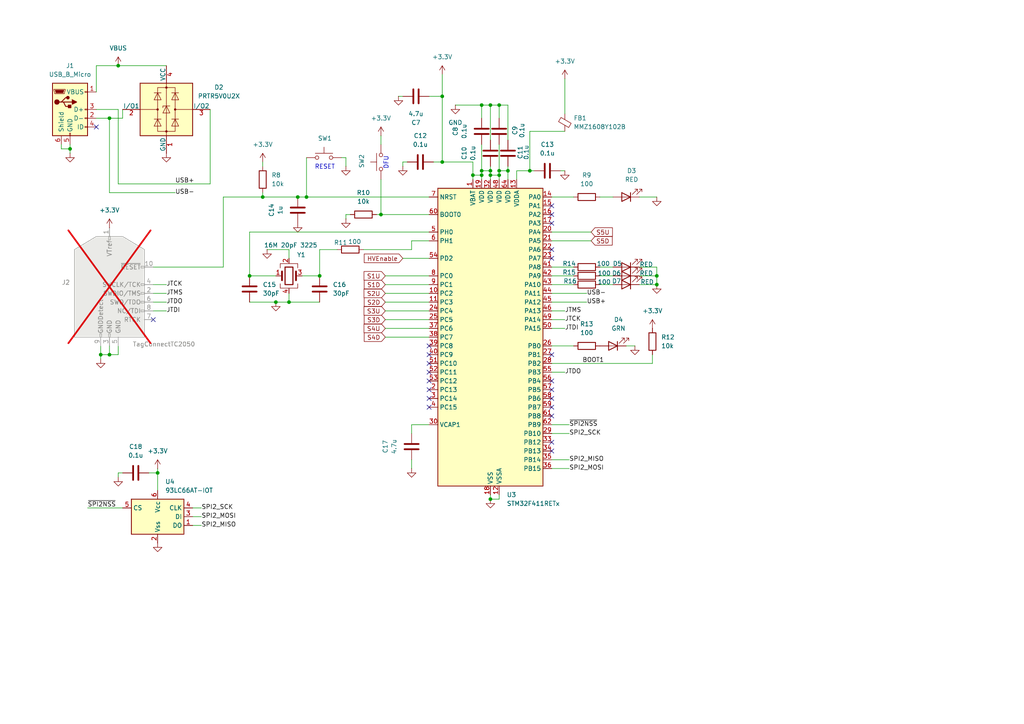
<source format=kicad_sch>
(kicad_sch (version 20231120) (generator "eeschema") (generator_version "8.0")
  (paper "A4")
  (lib_symbols
    (symbol "Connector:USB_B_Micro" (pin_names (offset 1.016))
      (property "Reference" "J" (at -5.08 11.43 0))
      (property "Value" "USB_B_Micro" (at -5.08 8.89 0))
      (symbol "USB_B_Micro_0_1"
        (rectangle (start -5.08 -7.62) (end 5.08 7.62) (stroke (width 0.254)) (fill (type background)))
        (circle (center -3.81 2.159) (radius 0.635) (stroke (width 0.254)) (fill (type outline)))
        (circle (center -0.635 3.429) (radius 0.381) (stroke (width 0.254)) (fill (type outline)))
        (rectangle (start -0.127 -7.62) (end 0.127 -6.858))
        (polyline (pts (xy -1.905 2.159) (xy 0.635 2.159)) (stroke (width 0.254)))
        (polyline (pts (xy -3.175 2.159) (xy -2.54 2.159) (xy -1.27 3.429) (xy -0.635 3.429)) (stroke (width 0.254)))
        (polyline (pts (xy -2.54 2.159) (xy -1.905 2.159) (xy -1.27 0.889) (xy 0 0.889)) (stroke (width 0.254)))
        (polyline (pts (xy 0.635 2.794) (xy 0.635 1.524) (xy 1.905 2.159) (xy 0.635 2.794)) (stroke (width 0.254)) (fill (type outline)))
        (polyline (pts (xy -4.318 5.588) (xy -1.778 5.588) (xy -2.032 4.826) (xy -4.064 4.826) (xy -4.318 5.588)) (fill (type outline)))
        (polyline (pts (xy -4.699 5.842) (xy -4.699 5.588) (xy -4.445 4.826) (xy -4.445 4.572) (xy -1.651 4.572) (xy -1.651 4.826) (xy -1.397 5.588) (xy -1.397 5.842) (xy -4.699 5.842)))
        (rectangle (start 0.254 1.27) (end -0.508 0.508) (stroke (width 0.254)) (fill (type outline)))
        (rectangle (start 5.08 -5.207) (end 4.318 -4.953))
        (rectangle (start 5.08 -2.667) (end 4.318 -2.413))
        (rectangle (start 5.08 -0.127) (end 4.318 0.127))
        (rectangle (start 5.08 4.953) (end 4.318 5.207))
      )
      (symbol "USB_B_Micro_1_1"
        (pin power_out line (at 7.62 5.08 180) (length 2.54) (name "VBUS") (number "1"))
        (pin bidirectional line (at 7.62 -2.54 180) (length 2.54) (name "D-") (number "2"))
        (pin bidirectional line (at 7.62 0 180) (length 2.54) (name "D+") (number "3"))
        (pin passive line (at 7.62 -5.08 180) (length 2.54) (name "ID") (number "4"))
        (pin power_out line (at 0 -10.16 90) (length 2.54) (name "GND") (number "5"))
        (pin passive line (at -2.54 -10.16 90) (length 2.54) (name "Shield") (number "6"))
      )
    )
    (symbol "Device:C" (pin_numbers hide) (pin_names (offset 0.254))
      (property "Reference" "C" (at 0.635 2.54 0))
      (property "Value" "C" (at 0.635 -2.54 0))
      (symbol "C_0_1"
        (polyline (pts (xy -2.032 -0.762) (xy 2.032 -0.762)) (stroke (width 0.508)))
        (polyline (pts (xy -2.032 0.762) (xy 2.032 0.762)) (stroke (width 0.508)))
      )
      (symbol "C_1_1"
        (pin passive line (at 0 3.81 270) (length 2.794) (name "~") (number "1"))
        (pin passive line (at 0 -3.81 90) (length 2.794) (name "~") (number "2"))
      )
    )
    (symbol "Device:Crystal_GND24" (pin_names (offset 1.016) hide)
      (property "Reference" "Y" (at 3.175 5.08 0))
      (property "Value" "Crystal_GND24" (at 3.175 3.175 0))
      (symbol "Crystal_GND24_0_1"
        (rectangle (start -1.143 2.54) (end 1.143 -2.54) (stroke (width 0.3048)))
        (polyline (pts (xy -2.54 0) (xy -2.032 0)))
        (polyline (pts (xy -2.032 -1.27) (xy -2.032 1.27)) (stroke (width 0.508)))
        (polyline (pts (xy 0 -3.81) (xy 0 -3.556)))
        (polyline (pts (xy 0 3.556) (xy 0 3.81)))
        (polyline (pts (xy 2.032 -1.27) (xy 2.032 1.27)) (stroke (width 0.508)))
        (polyline (pts (xy 2.032 0) (xy 2.54 0)))
        (polyline (pts (xy -2.54 -2.286) (xy -2.54 -3.556) (xy 2.54 -3.556) (xy 2.54 -2.286)))
        (polyline (pts (xy -2.54 2.286) (xy -2.54 3.556) (xy 2.54 3.556) (xy 2.54 2.286)))
      )
      (symbol "Crystal_GND24_1_1"
        (pin passive line (at -3.81 0 0) (length 1.27) (name "1") (number "1"))
        (pin passive line (at 0 5.08 270) (length 1.27) (name "2") (number "2"))
        (pin passive line (at 3.81 0 180) (length 1.27) (name "3") (number "3"))
        (pin passive line (at 0 -5.08 90) (length 1.27) (name "4") (number "4"))
      )
    )
    (symbol "Device:FerriteBead_Small" (pin_numbers hide) (pin_names (offset 0))
      (property "Reference" "FB" (at 1.905 1.27 0))
      (property "Value" "FerriteBead_Small" (at 1.905 -1.27 0))
      (symbol "FerriteBead_Small_0_1"
        (polyline (pts (xy 0 -1.27) (xy 0 -0.7874)))
        (polyline (pts (xy 0 0.889) (xy 0 1.2954)))
        (polyline (pts (xy -1.8288 0.2794) (xy -1.1176 1.4986) (xy 1.8288 -0.2032) (xy 1.1176 -1.4224) (xy -1.8288 0.2794)))
      )
      (symbol "FerriteBead_Small_1_1"
        (pin passive line (at 0 2.54 270) (length 1.27) (name "~") (number "1"))
        (pin passive line (at 0 -2.54 90) (length 1.27) (name "~") (number "2"))
      )
    )
    (symbol "Device:LED" (pin_numbers hide) (pin_names (offset 1.016) hide)
      (property "Reference" "D" (at 0 2.54 0))
      (property "Value" "LED" (at 0 -2.54 0))
      (symbol "LED_0_1"
        (polyline (pts (xy -1.27 -1.27) (xy -1.27 1.27)) (stroke (width 0.254)))
        (polyline (pts (xy -1.27 0) (xy 1.27 0)))
        (polyline (pts (xy 1.27 -1.27) (xy 1.27 1.27) (xy -1.27 0) (xy 1.27 -1.27)) (stroke (width 0.254)))
        (polyline (pts (xy -3.048 -0.762) (xy -4.572 -2.286) (xy -3.81 -2.286) (xy -4.572 -2.286) (xy -4.572 -1.524)))
        (polyline (pts (xy -1.778 -0.762) (xy -3.302 -2.286) (xy -2.54 -2.286) (xy -3.302 -2.286) (xy -3.302 -1.524)))
      )
      (symbol "LED_1_1"
        (pin passive line (at -3.81 0 0) (length 2.54) (name "K") (number "1"))
        (pin passive line (at 3.81 0 180) (length 2.54) (name "A") (number "2"))
      )
    )
    (symbol "Device:R" (pin_numbers hide) (pin_names (offset 0))
      (property "Reference" "R" (at 2.032 0 90))
      (property "Value" "R" (at 0 0 90))
      (symbol "R_0_1"
        (rectangle (start -1.016 -2.54) (end 1.016 2.54) (stroke (width 0.254)))
      )
      (symbol "R_1_1"
        (pin passive line (at 0 3.81 270) (length 1.27) (name "~") (number "1"))
        (pin passive line (at 0 -3.81 90) (length 1.27) (name "~") (number "2"))
      )
    )
    (symbol "MCU_ST_STM32F4:STM32F411RETx"
      (property "Reference" "U" (at -15.24 44.45 0))
      (property "Value" "STM32F411RETx" (at 10.16 44.45 0))
      (symbol "STM32F411RETx_0_1"
        (rectangle (start -15.24 -43.18) (end 15.24 43.18) (stroke (width 0.254)) (fill (type background)))
      )
      (symbol "STM32F411RETx_1_1"
        (pin power_in line (at -5.08 45.72 270) (length 2.54) (name "VBAT") (number "1"))
        (pin bidirectional line (at -17.78 12.7 0) (length 2.54) (name "PC2") (number "10"))
        (pin bidirectional line (at -17.78 10.16 0) (length 2.54) (name "PC3") (number "11"))
        (pin power_in line (at 2.54 -45.72 90) (length 2.54) (name "VSSA") (number "12"))
        (pin power_in line (at 7.62 45.72 270) (length 2.54) (name "VDDA") (number "13"))
        (pin bidirectional line (at 17.78 40.64 180) (length 2.54) (name "PA0") (number "14"))
        (pin bidirectional line (at 17.78 38.1 180) (length 2.54) (name "PA1") (number "15"))
        (pin bidirectional line (at 17.78 35.56 180) (length 2.54) (name "PA2") (number "16"))
        (pin bidirectional line (at 17.78 33.02 180) (length 2.54) (name "PA3") (number "17"))
        (pin power_in line (at 0 -45.72 90) (length 2.54) (name "VSS") (number "18"))
        (pin power_in line (at -2.54 45.72 270) (length 2.54) (name "VDD") (number "19"))
        (pin bidirectional line (at -17.78 -15.24 0) (length 2.54) (name "PC13") (number "2"))
        (pin bidirectional line (at 17.78 30.48 180) (length 2.54) (name "PA4") (number "20"))
        (pin bidirectional line (at 17.78 27.94 180) (length 2.54) (name "PA5") (number "21"))
        (pin bidirectional line (at 17.78 25.4 180) (length 2.54) (name "PA6") (number "22"))
        (pin bidirectional line (at 17.78 22.86 180) (length 2.54) (name "PA7") (number "23"))
        (pin bidirectional line (at -17.78 7.62 0) (length 2.54) (name "PC4") (number "24"))
        (pin bidirectional line (at -17.78 5.08 0) (length 2.54) (name "PC5") (number "25"))
        (pin bidirectional line (at 17.78 -2.54 180) (length 2.54) (name "PB0") (number "26"))
        (pin bidirectional line (at 17.78 -5.08 180) (length 2.54) (name "PB1") (number "27"))
        (pin bidirectional line (at 17.78 -7.62 180) (length 2.54) (name "PB2") (number "28"))
        (pin bidirectional line (at 17.78 -27.94 180) (length 2.54) (name "PB10") (number "29"))
        (pin bidirectional line (at -17.78 -17.78 0) (length 2.54) (name "PC14") (number "3"))
        (pin power_out line (at -17.78 -25.4 0) (length 2.54) (name "VCAP1") (number "30"))
        (pin passive line (at 0 -45.72 90) (length 2.54) hide (name "VSS") (number "31"))
        (pin power_in line (at 0 45.72 270) (length 2.54) (name "VDD") (number "32"))
        (pin bidirectional line (at 17.78 -30.48 180) (length 2.54) (name "PB12") (number "33"))
        (pin bidirectional line (at 17.78 -33.02 180) (length 2.54) (name "PB13") (number "34"))
        (pin bidirectional line (at 17.78 -35.56 180) (length 2.54) (name "PB14") (number "35"))
        (pin bidirectional line (at 17.78 -38.1 180) (length 2.54) (name "PB15") (number "36"))
        (pin bidirectional line (at -17.78 2.54 0) (length 2.54) (name "PC6") (number "37"))
        (pin bidirectional line (at -17.78 0 0) (length 2.54) (name "PC7") (number "38"))
        (pin bidirectional line (at -17.78 -2.54 0) (length 2.54) (name "PC8") (number "39"))
        (pin bidirectional line (at -17.78 -20.32 0) (length 2.54) (name "PC15") (number "4"))
        (pin bidirectional line (at -17.78 -5.08 0) (length 2.54) (name "PC9") (number "40"))
        (pin bidirectional line (at 17.78 20.32 180) (length 2.54) (name "PA8") (number "41"))
        (pin bidirectional line (at 17.78 17.78 180) (length 2.54) (name "PA9") (number "42"))
        (pin bidirectional line (at 17.78 15.24 180) (length 2.54) (name "PA10") (number "43"))
        (pin bidirectional line (at 17.78 12.7 180) (length 2.54) (name "PA11") (number "44"))
        (pin bidirectional line (at 17.78 10.16 180) (length 2.54) (name "PA12") (number "45"))
        (pin bidirectional line (at 17.78 7.62 180) (length 2.54) (name "PA13") (number "46"))
        (pin passive line (at 0 -45.72 90) (length 2.54) hide (name "VSS") (number "47"))
        (pin power_in line (at 2.54 45.72 270) (length 2.54) (name "VDD") (number "48"))
        (pin bidirectional line (at 17.78 5.08 180) (length 2.54) (name "PA14") (number "49"))
        (pin bidirectional line (at -17.78 30.48 0) (length 2.54) (name "PH0") (number "5"))
        (pin bidirectional line (at 17.78 2.54 180) (length 2.54) (name "PA15") (number "50"))
        (pin bidirectional line (at -17.78 -7.62 0) (length 2.54) (name "PC10") (number "51"))
        (pin bidirectional line (at -17.78 -10.16 0) (length 2.54) (name "PC11") (number "52"))
        (pin bidirectional line (at -17.78 -12.7 0) (length 2.54) (name "PC12") (number "53"))
        (pin bidirectional line (at -17.78 22.86 0) (length 2.54) (name "PD2") (number "54"))
        (pin bidirectional line (at 17.78 -10.16 180) (length 2.54) (name "PB3") (number "55"))
        (pin bidirectional line (at 17.78 -12.7 180) (length 2.54) (name "PB4") (number "56"))
        (pin bidirectional line (at 17.78 -15.24 180) (length 2.54) (name "PB5") (number "57"))
        (pin bidirectional line (at 17.78 -17.78 180) (length 2.54) (name "PB6") (number "58"))
        (pin bidirectional line (at 17.78 -20.32 180) (length 2.54) (name "PB7") (number "59"))
        (pin bidirectional line (at -17.78 27.94 0) (length 2.54) (name "PH1") (number "6"))
        (pin input line (at -17.78 35.56 0) (length 2.54) (name "BOOT0") (number "60"))
        (pin bidirectional line (at 17.78 -22.86 180) (length 2.54) (name "PB8") (number "61"))
        (pin bidirectional line (at 17.78 -25.4 180) (length 2.54) (name "PB9") (number "62"))
        (pin passive line (at 0 -45.72 90) (length 2.54) hide (name "VSS") (number "63"))
        (pin power_in line (at 5.08 45.72 270) (length 2.54) (name "VDD") (number "64"))
        (pin input line (at -17.78 40.64 0) (length 2.54) (name "NRST") (number "7"))
        (pin bidirectional line (at -17.78 17.78 0) (length 2.54) (name "PC0") (number "8"))
        (pin bidirectional line (at -17.78 15.24 0) (length 2.54) (name "PC1") (number "9"))
      )
    )
    (symbol "Memory_EEPROM:93AAxxAT-xOT"
      (property "Reference" "U" (at -7.62 6.35 0))
      (property "Value" "93AAxxAT-xOT" (at 1.27 6.35 0))
      (symbol "93AAxxAT-xOT_1_1"
        (rectangle (start -7.62 5.08) (end 7.62 -5.08) (stroke (width 0.254)) (fill (type background)))
        (pin tri_state line (at 10.16 -2.54 180) (length 2.54) (name "DO") (number "1"))
        (pin power_in line (at 0 -7.62 90) (length 2.54) (name "Vss") (number "2"))
        (pin input line (at 10.16 0 180) (length 2.54) (name "DI") (number "3"))
        (pin input line (at 10.16 2.54 180) (length 2.54) (name "CLK") (number "4"))
        (pin input line (at -10.16 2.54 0) (length 2.54) (name "CS") (number "5"))
        (pin power_in line (at 0 7.62 270) (length 2.54) (name "Vcc") (number "6"))
      )
    )
    (symbol "Power_Protection:PRTR5V0U2X" (pin_names (offset 0))
      (property "Reference" "D" (at 2.794 8.636 0))
      (property "Value" "PRTR5V0U2X" (at 8.128 -9.398 0))
      (symbol "PRTR5V0U2X_0_1"
        (rectangle (start -7.62 -7.62) (end 7.62 7.62) (stroke (width 0.254)) (fill (type background)))
        (circle (center -2.54 0) (radius 0.254) (fill (type outline)))
        (rectangle (start -2.54 6.35) (end 2.54 -6.35))
        (circle (center 0 -6.35) (radius 0.254) (fill (type outline)))
        (polyline (pts (xy -2.54 0) (xy -7.62 0)))
        (polyline (pts (xy -1.524 -2.794) (xy -3.556 -2.794)))
        (polyline (pts (xy -1.524 4.826) (xy -3.556 4.826)))
        (polyline (pts (xy 0 -7.62) (xy 0 7.62)))
        (polyline (pts (xy 1.524 -2.794) (xy 3.556 -2.794)))
        (polyline (pts (xy 1.524 4.826) (xy 3.556 4.826)))
        (polyline (pts (xy 2.54 0) (xy 7.62 0)))
        (polyline (pts (xy 1.016 1.016) (xy -1.016 1.016) (xy -1.016 0.508)))
        (polyline (pts (xy -3.556 -4.826) (xy -1.524 -4.826) (xy -2.54 -2.794) (xy -3.556 -4.826)))
        (polyline (pts (xy -3.556 2.794) (xy -1.524 2.794) (xy -2.54 4.826) (xy -3.556 2.794)))
        (polyline (pts (xy -1.016 -1.016) (xy 1.016 -1.016) (xy 0 1.016) (xy -1.016 -1.016)))
        (polyline (pts (xy 3.556 -4.826) (xy 1.524 -4.826) (xy 2.54 -2.794) (xy 3.556 -4.826)))
        (polyline (pts (xy 3.556 2.794) (xy 1.524 2.794) (xy 2.54 4.826) (xy 3.556 2.794)))
        (circle (center 0 6.35) (radius 0.254) (fill (type outline)))
        (circle (center 2.54 0) (radius 0.254) (fill (type outline)))
      )
      (symbol "PRTR5V0U2X_1_1"
        (pin passive line (at 0 -12.7 90) (length 5.08) (name "GND") (number "1"))
        (pin passive line (at -12.7 0 0) (length 5.08) (name "I/O1") (number "2"))
        (pin passive line (at 12.7 0 180) (length 5.08) (name "I/O2") (number "3"))
        (pin passive line (at 0 12.7 270) (length 5.08) (name "VCC") (number "4"))
      )
    )
    (symbol "ProjLib:TagConnectTC2050" (pin_names (offset 1.016))
      (property "Reference" "J2" (at -11.43 1.2701 0))
      (property "Value" "TagConnectTC2050" (at -11.43 -1.2699 0))
      (symbol "TagConnectTC2050_0_1"
        (rectangle (start -2.794 -12.7) (end -2.286 -11.684))
        (rectangle (start -0.254 -11.684) (end 0.254 -12.7))
        (rectangle (start -0.254 16.51) (end 0.254 15.494))
        (rectangle (start 9.144 2.286) (end 10.16 2.794))
        (rectangle (start 10.16 -2.794) (end 9.144 -2.286))
        (rectangle (start 10.16 -0.254) (end 9.144 0.254))
        (rectangle (start 10.16 7.874) (end 9.144 7.366))
      )
      (symbol "TagConnectTC2050_1_1"
        (polyline (pts (xy -10.16 -12.7) (xy 10.16 -12.7) (xy 10.16 12.7) (xy 3.81 16.51) (xy -3.81 16.51) (xy -10.16 12.7) (xy -10.16 -12.7)) (fill (type background)))
        (rectangle (start 9.144 -5.334) (end 10.16 -4.826))
        (pin power_in line (at 0 19.05 270) (length 2.54) (name "VTref") (number "1"))
        (pin open_collector line (at 12.7 7.62 180) (length 2.54) (name "~{RESET}") (number "10"))
        (pin bidirectional line (at 12.7 0 180) (length 2.54) (name "SWDIO/TMS") (number "2"))
        (pin power_in line (at 0 -15.24 90) (length 2.54) (name "GND") (number "3"))
        (pin output line (at 12.7 2.54 180) (length 2.54) (name "SWCLK/TCK") (number "4"))
        (pin passive line (at 0 -15.24 90) (length 2.54) hide (name "GND") (number "5"))
        (pin power_in line (at 2.54 -15.24 90) (length 2.54) (name "GND") (number "5"))
        (pin input line (at 12.7 -2.54 180) (length 2.54) (name "SWO/TDO") (number "6"))
        (pin no_connect line (at -10.16 0 0) (length 2.54) hide (name "KEY") (number "7"))
        (pin input line (at 12.7 -7.62 180) (length 2.54) (name "RTCK") (number "7"))
        (pin output line (at 12.7 -5.08 180) (length 2.54) (name "NC/TDI") (number "8"))
        (pin passive line (at -2.54 -15.24 90) (length 2.54) (name "GNDDetect") (number "9"))
      )
    )
    (symbol "Switch:SW_Push" (pin_numbers hide) (pin_names (offset 1.016) hide)
      (property "Reference" "SW" (at 1.27 2.54 0))
      (property "Value" "SW_Push" (at 0 -1.524 0))
      (symbol "SW_Push_0_1"
        (circle (center -2.032 0) (radius 0.508))
        (polyline (pts (xy 0 1.27) (xy 0 3.048)))
        (polyline (pts (xy 2.54 1.27) (xy -2.54 1.27)))
        (circle (center 2.032 0) (radius 0.508))
        (pin passive line (at -5.08 0 0) (length 2.54) (name "1") (number "1"))
        (pin passive line (at 5.08 0 180) (length 2.54) (name "2") (number "2"))
      )
    )
    (symbol "power:+3.3V" (power) (pin_numbers hide) (pin_names (offset 0) hide)
      (property "Value" "+3.3V" (at 0 3.556 0))
      (symbol "+3.3V_0_1"
        (polyline (pts (xy -0.762 1.27) (xy 0 2.54)))
        (polyline (pts (xy 0 0) (xy 0 2.54)))
        (polyline (pts (xy 0 2.54) (xy 0.762 1.27)))
      )
      (symbol "+3.3V_1_1"
        (pin power_in line (at 0 0 90) (length 0) (name "~") (number "1"))
      )
    )
    (symbol "power:GND" (power) (pin_numbers hide) (pin_names (offset 0) hide)
      (property "Value" "GND" (at 0 -3.81 0))
      (symbol "GND_0_1"
        (polyline (pts (xy 0 0) (xy 0 -1.27) (xy 1.27 -1.27) (xy 0 -2.54) (xy -1.27 -1.27) (xy 0 -1.27)))
      )
      (symbol "GND_1_1"
        (pin power_in line (at 0 0 270) (length 0) (name "~") (number "1"))
      )
    )
    (symbol "power:VBUS" (power) (pin_numbers hide) (pin_names (offset 0) hide)
      (property "Value" "VBUS" (at 0 3.556 0))
      (symbol "VBUS_0_1"
        (polyline (pts (xy -0.762 1.27) (xy 0 2.54)))
        (polyline (pts (xy 0 0) (xy 0 2.54)))
        (polyline (pts (xy 0 2.54) (xy 0.762 1.27)))
      )
      (symbol "VBUS_1_1"
        (pin power_in line (at 0 0 90) (length 0) (name "~") (number "1"))
      )
    )
  )
  (junction (at 139.7 50.8))
  (junction (at 110.49 62.23))
  (junction (at 190.5 82.55))
  (junction (at 144.78 50.8))
  (junction (at 34.29 19.05))
  (junction (at 139.7 30.48))
  (junction (at 31.75 34.29))
  (junction (at 80.01 87.63))
  (junction (at 45.72 137.16))
  (junction (at 92.71 80.01))
  (junction (at 128.27 46.99))
  (junction (at 147.32 49.53))
  (junction (at 128.27 27.94))
  (junction (at 190.5 80.01))
  (junction (at 29.21 102.87))
  (junction (at 72.39 80.01))
  (junction (at 137.16 50.8))
  (junction (at 153.67 49.53))
  (junction (at 76.2 57.15))
  (junction (at 144.78 30.48))
  (junction (at 88.9 57.15))
  (junction (at 144.78 49.53))
  (junction (at 20.32 43.18))
  (junction (at 86.36 57.15))
  (junction (at 31.75 102.87))
  (junction (at 83.82 87.63))
  (junction (at 142.24 144.78))
  (junction (at 142.24 49.53))
  (junction (at 139.7 49.53))
  (junction (at 142.24 50.8))
  (junction (at 142.24 30.48))
  (no_connect (at 160.02 72.39))
  (no_connect (at 160.02 62.23))
  (no_connect (at 160.02 74.93))
  (no_connect (at 160.02 59.69))
  (no_connect (at 160.02 115.57))
  (no_connect (at 27.94 36.83))
  (no_connect (at 124.46 115.57))
  (no_connect (at 124.46 107.95))
  (no_connect (at 160.02 64.77))
  (no_connect (at 124.46 118.11))
  (no_connect (at 160.02 102.87))
  (no_connect (at 160.02 120.65))
  (no_connect (at 160.02 128.27))
  (no_connect (at 44.45 92.71))
  (no_connect (at 124.46 102.87))
  (no_connect (at 160.02 130.81))
  (no_connect (at 160.02 113.03))
  (no_connect (at 160.02 110.49))
  (no_connect (at 124.46 100.33))
  (no_connect (at 124.46 113.03))
  (no_connect (at 124.46 110.49))
  (no_connect (at 160.02 118.11))
  (no_connect (at 124.46 105.41))
  (wire (pts (xy 97.79 72.39) (xy 92.71 72.39)))
  (wire (pts (xy 160.02 125.73) (xy 165.1 125.73)))
  (wire (pts (xy 139.7 34.29) (xy 139.7 30.48)))
  (wire (pts (xy 147.32 49.53) (xy 147.32 52.07)))
  (wire (pts (xy 100.33 45.72) (xy 99.06 45.72)))
  (wire (pts (xy 116.84 48.26) (xy 116.84 46.99)))
  (wire (pts (xy 31.75 55.88) (xy 50.8 55.88)))
  (wire (pts (xy 160.02 100.33) (xy 166.37 100.33)))
  (wire (pts (xy 110.49 52.07) (xy 110.49 62.23)))
  (wire (pts (xy 137.16 52.07) (xy 137.16 50.8)))
  (wire (pts (xy 142.24 50.8) (xy 144.78 50.8)))
  (wire (pts (xy 189.23 105.41) (xy 189.23 102.87)))
  (wire (pts (xy 27.94 19.05) (xy 34.29 19.05)))
  (wire (pts (xy 166.37 82.55) (xy 160.02 82.55)))
  (wire (pts (xy 20.32 43.18) (xy 20.32 41.91)))
  (wire (pts (xy 76.2 57.15) (xy 86.36 57.15)))
  (wire (pts (xy 34.29 102.87) (xy 31.75 102.87)))
  (wire (pts (xy 29.21 104.14) (xy 29.21 102.87)))
  (wire (pts (xy 166.37 77.47) (xy 160.02 77.47)))
  (wire (pts (xy 139.7 50.8) (xy 139.7 52.07)))
  (wire (pts (xy 116.84 46.99) (xy 118.11 46.99)))
  (wire (pts (xy 119.38 135.89) (xy 119.38 133.35)))
  (wire (pts (xy 173.99 57.15) (xy 177.8 57.15)))
  (wire (pts (xy 31.75 100.33) (xy 31.75 102.87)))
  (wire (pts (xy 124.46 67.31) (xy 72.39 67.31)))
  (wire (pts (xy 163.83 90.17) (xy 160.02 90.17)))
  (wire (pts (xy 185.42 80.01) (xy 190.5 80.01)))
  (wire (pts (xy 80.01 87.63) (xy 72.39 87.63)))
  (wire (pts (xy 83.82 87.63) (xy 92.71 87.63)))
  (wire (pts (xy 55.88 147.32) (xy 58.42 147.32)))
  (wire (pts (xy 111.76 87.63) (xy 124.46 87.63)))
  (wire (pts (xy 139.7 49.53) (xy 139.7 50.8)))
  (wire (pts (xy 142.24 50.8) (xy 142.24 52.07)))
  (wire (pts (xy 64.77 57.15) (xy 76.2 57.15)))
  (wire (pts (xy 88.9 45.72) (xy 88.9 57.15)))
  (wire (pts (xy 111.76 97.79) (xy 124.46 97.79)))
  (wire (pts (xy 160.02 105.41) (xy 189.23 105.41)))
  (wire (pts (xy 72.39 80.01) (xy 80.01 80.01)))
  (wire (pts (xy 144.78 50.8) (xy 144.78 52.07)))
  (wire (pts (xy 92.71 72.39) (xy 92.71 80.01)))
  (wire (pts (xy 144.78 144.78) (xy 142.24 144.78)))
  (wire (pts (xy 111.76 80.01) (xy 124.46 80.01)))
  (wire (pts (xy 144.78 49.53) (xy 147.32 49.53)))
  (wire (pts (xy 31.75 102.87) (xy 29.21 102.87)))
  (wire (pts (xy 31.75 34.29) (xy 31.75 55.88)))
  (wire (pts (xy 137.16 46.99) (xy 128.27 46.99)))
  (wire (pts (xy 144.78 41.91) (xy 144.78 49.53)))
  (wire (pts (xy 142.24 30.48) (xy 139.7 30.48)))
  (wire (pts (xy 110.49 62.23) (xy 124.46 62.23)))
  (wire (pts (xy 163.83 92.71) (xy 160.02 92.71)))
  (wire (pts (xy 86.36 57.15) (xy 88.9 57.15)))
  (wire (pts (xy 88.9 57.15) (xy 124.46 57.15)))
  (wire (pts (xy 153.67 38.1) (xy 153.67 49.53)))
  (wire (pts (xy 144.78 49.53) (xy 144.78 50.8)))
  (wire (pts (xy 137.16 50.8) (xy 139.7 50.8)))
  (wire (pts (xy 109.22 62.23) (xy 110.49 62.23)))
  (wire (pts (xy 163.83 107.95) (xy 160.02 107.95)))
  (wire (pts (xy 72.39 67.31) (xy 72.39 80.01)))
  (wire (pts (xy 64.77 77.47) (xy 64.77 57.15)))
  (wire (pts (xy 100.33 62.23) (xy 101.6 62.23)))
  (wire (pts (xy 162.56 49.53) (xy 163.83 49.53)))
  (wire (pts (xy 34.29 31.75) (xy 27.94 31.75)))
  (wire (pts (xy 142.24 48.26) (xy 142.24 49.53)))
  (wire (pts (xy 119.38 123.19) (xy 124.46 123.19)))
  (wire (pts (xy 144.78 34.29) (xy 144.78 30.48)))
  (wire (pts (xy 128.27 21.59) (xy 128.27 27.94)))
  (wire (pts (xy 55.88 152.4) (xy 58.42 152.4)))
  (wire (pts (xy 160.02 67.31) (xy 171.45 67.31)))
  (wire (pts (xy 160.02 57.15) (xy 166.37 57.15)))
  (wire (pts (xy 48.26 90.17) (xy 44.45 90.17)))
  (wire (pts (xy 119.38 72.39) (xy 119.38 69.85)))
  (wire (pts (xy 27.94 26.67) (xy 27.94 19.05)))
  (wire (pts (xy 83.82 72.39) (xy 77.47 72.39)))
  (wire (pts (xy 83.82 85.09) (xy 83.82 87.63)))
  (wire (pts (xy 128.27 27.94) (xy 128.27 46.99)))
  (wire (pts (xy 34.29 53.34) (xy 34.29 31.75)))
  (wire (pts (xy 48.26 82.55) (xy 44.45 82.55)))
  (wire (pts (xy 119.38 125.73) (xy 119.38 123.19)))
  (wire (pts (xy 142.24 143.51) (xy 142.24 144.78)))
  (wire (pts (xy 35.56 34.29) (xy 35.56 31.75)))
  (wire (pts (xy 55.88 149.86) (xy 58.42 149.86)))
  (wire (pts (xy 190.5 77.47) (xy 190.5 80.01)))
  (wire (pts (xy 147.32 40.64) (xy 147.32 30.48)))
  (wire (pts (xy 87.63 80.01) (xy 92.71 80.01)))
  (wire (pts (xy 76.2 55.88) (xy 76.2 57.15)))
  (wire (pts (xy 34.29 100.33) (xy 34.29 102.87)))
  (wire (pts (xy 173.99 80.01) (xy 177.8 80.01)))
  (wire (pts (xy 190.5 80.01) (xy 190.5 82.55)))
  (wire (pts (xy 76.2 46.99) (xy 76.2 48.26)))
  (wire (pts (xy 132.08 30.48) (xy 139.7 30.48)))
  (wire (pts (xy 144.78 30.48) (xy 147.32 30.48)))
  (wire (pts (xy 173.99 82.55) (xy 177.8 82.55)))
  (wire (pts (xy 185.42 82.55) (xy 190.5 82.55)))
  (wire (pts (xy 149.86 49.53) (xy 149.86 52.07)))
  (wire (pts (xy 142.24 49.53) (xy 142.24 50.8)))
  (wire (pts (xy 163.83 22.86) (xy 163.83 33.02)))
  (wire (pts (xy 160.02 135.89) (xy 165.1 135.89)))
  (wire (pts (xy 139.7 49.53) (xy 142.24 49.53)))
  (wire (pts (xy 31.75 34.29) (xy 35.56 34.29)))
  (wire (pts (xy 111.76 82.55) (xy 124.46 82.55)))
  (wire (pts (xy 43.18 137.16) (xy 45.72 137.16)))
  (wire (pts (xy 20.32 44.45) (xy 20.32 43.18)))
  (wire (pts (xy 154.94 49.53) (xy 153.67 49.53)))
  (wire (pts (xy 100.33 48.26) (xy 100.33 45.72)))
  (wire (pts (xy 34.29 138.43) (xy 34.29 137.16)))
  (wire (pts (xy 111.76 90.17) (xy 124.46 90.17)))
  (wire (pts (xy 29.21 102.87) (xy 29.21 100.33)))
  (wire (pts (xy 83.82 87.63) (xy 80.01 87.63)))
  (wire (pts (xy 144.78 143.51) (xy 144.78 144.78)))
  (wire (pts (xy 45.72 135.89) (xy 45.72 137.16)))
  (wire (pts (xy 160.02 123.19) (xy 165.1 123.19)))
  (wire (pts (xy 44.45 77.47) (xy 64.77 77.47)))
  (wire (pts (xy 185.42 57.15) (xy 190.5 57.15)))
  (wire (pts (xy 105.41 72.39) (xy 119.38 72.39)))
  (wire (pts (xy 163.83 95.25) (xy 160.02 95.25)))
  (wire (pts (xy 25.4 147.32) (xy 35.56 147.32)))
  (wire (pts (xy 128.27 46.99) (xy 125.73 46.99)))
  (wire (pts (xy 144.78 30.48) (xy 142.24 30.48)))
  (wire (pts (xy 160.02 85.09) (xy 170.18 85.09)))
  (wire (pts (xy 181.61 100.33) (xy 184.15 100.33)))
  (wire (pts (xy 100.33 63.5) (xy 100.33 62.23)))
  (wire (pts (xy 124.46 27.94) (xy 128.27 27.94)))
  (wire (pts (xy 111.76 95.25) (xy 124.46 95.25)))
  (wire (pts (xy 83.82 74.93) (xy 83.82 72.39)))
  (wire (pts (xy 166.37 80.01) (xy 160.02 80.01)))
  (wire (pts (xy 60.96 31.75) (xy 60.96 53.34)))
  (wire (pts (xy 160.02 87.63) (xy 170.18 87.63)))
  (wire (pts (xy 48.26 85.09) (xy 44.45 85.09)))
  (wire (pts (xy 116.84 74.93) (xy 124.46 74.93)))
  (wire (pts (xy 45.72 137.16) (xy 45.72 142.24)))
  (wire (pts (xy 185.42 77.47) (xy 190.5 77.47)))
  (wire (pts (xy 139.7 41.91) (xy 139.7 49.53)))
  (wire (pts (xy 142.24 30.48) (xy 142.24 40.64)))
  (wire (pts (xy 17.78 43.18) (xy 17.78 41.91)))
  (wire (pts (xy 147.32 48.26) (xy 147.32 49.53)))
  (wire (pts (xy 34.29 137.16) (xy 35.56 137.16)))
  (wire (pts (xy 111.76 85.09) (xy 124.46 85.09)))
  (wire (pts (xy 116.84 27.94) (xy 115.57 27.94)))
  (wire (pts (xy 119.38 69.85) (xy 124.46 69.85)))
  (wire (pts (xy 137.16 50.8) (xy 137.16 46.99)))
  (wire (pts (xy 163.83 38.1) (xy 153.67 38.1)))
  (wire (pts (xy 20.32 43.18) (xy 17.78 43.18)))
  (wire (pts (xy 34.29 19.05) (xy 48.26 19.05)))
  (wire (pts (xy 160.02 69.85) (xy 171.45 69.85)))
  (wire (pts (xy 27.94 34.29) (xy 31.75 34.29)))
  (wire (pts (xy 111.76 92.71) (xy 124.46 92.71)))
  (wire (pts (xy 34.29 53.34) (xy 60.96 53.34)))
  (wire (pts (xy 153.67 49.53) (xy 149.86 49.53)))
  (wire (pts (xy 173.99 77.47) (xy 177.8 77.47)))
  (wire (pts (xy 48.26 87.63) (xy 44.45 87.63)))
  (wire (pts (xy 160.02 133.35) (xy 165.1 133.35)))
  (wire (pts (xy 110.49 39.37) (xy 110.49 41.91)))
  (text "RESET" (at 94.234 48.514 0) (effects (font (size 1.27 1.27))))
  (text "DFU" (at 112.014 47.244 90) (effects (font (size 1.27 1.27))))
  (label "SPI2_MOSI" (at 58.42 149.86 0))
  (label "JTMS" (at 48.26 85.09 0))
  (label "SPI2_MISO" (at 58.42 152.4 0))
  (label "~{SPI2NSS}" (at 165.1 123.19 0))
  (label "USB+" (at 170.18 87.63 0))
  (label "JTCK" (at 163.83 92.71 0))
  (label "JTCK" (at 48.26 82.55 0))
  (label "SPI2_SCK" (at 165.1 125.73 0))
  (label "JTDO" (at 163.83 107.95 0))
  (label "JTDI" (at 163.83 95.25 0))
  (label "BOOT1" (at 168.91 105.41 0))
  (label "USB-" (at 170.18 85.09 0))
  (label "JTDO" (at 48.26 87.63 0))
  (label "SPI2_MISO" (at 165.1 133.35 0))
  (label "SPI2_SCK" (at 58.42 147.32 0))
  (label "JTDI" (at 48.26 90.17 0))
  (label "JTMS" (at 163.83 90.17 0))
  (label "SPI2_MOSI" (at 165.1 135.89 0))
  (label "USB-" (at 50.8 55.88 0))
  (label "USB+" (at 50.8 53.34 0))
  (label "~{SPI2NSS}" (at 25.4 147.32 0))
  (global_label "S5U" (shape input) (at 171.45 67.31 0) (property "Intersheetrefs" "${INTERSHEET_REFS}" (effects (hide yes))))
  (global_label "S5D" (shape input) (at 171.45 69.85 0) (property "Intersheetrefs" "${INTERSHEET_REFS}" (effects (hide yes))))
  (global_label "S2D" (shape input) (at 111.76 87.63 180) (property "Intersheetrefs" "${INTERSHEET_REFS}" (effects (hide yes))))
  (global_label "S3D" (shape input) (at 111.76 92.71 180) (property "Intersheetrefs" "${INTERSHEET_REFS}" (effects (hide yes))))
  (global_label "S4U" (shape input) (at 111.76 95.25 180) (property "Intersheetrefs" "${INTERSHEET_REFS}" (effects (hide yes))))
  (global_label "S2U" (shape input) (at 111.76 85.09 180) (property "Intersheetrefs" "${INTERSHEET_REFS}" (effects (hide yes))))
  (global_label "HVEnable" (shape input) (at 116.84 74.93 180) (property "Intersheetrefs" "${INTERSHEET_REFS}" (effects (hide yes))))
  (global_label "S4D" (shape input) (at 111.76 97.79 180) (property "Intersheetrefs" "${INTERSHEET_REFS}" (effects (hide yes))))
  (global_label "S1D" (shape input) (at 111.76 82.55 180) (property "Intersheetrefs" "${INTERSHEET_REFS}" (effects (hide yes))))
  (global_label "S1U" (shape input) (at 111.76 80.01 180) (property "Intersheetrefs" "${INTERSHEET_REFS}" (effects (hide yes))))
  (global_label "S3U" (shape input) (at 111.76 90.17 180) (property "Intersheetrefs" "${INTERSHEET_REFS}" (effects (hide yes))))
  (symbol (lib_id "Device:R") (at 170.18 100.33 90) (unit 1)
    (property "Reference" "R13" (at 170.18 93.98 90))
    (property "Value" "100" (at 170.18 96.52 90))
    (property "Footprint" "Resistor_SMD:R_0402_1005Metric_Pad0.72x0.64mm_HandSolder" (effects (hide yes)))
    (property "Description" "Resistor" (effects (hide yes)))
    (property "LCSC" "C25076" (effects (hide yes)))
  )
  (symbol (lib_id "power:GND") (at 80.01 87.63 0) (unit 1)
    (property "Reference" "#PWR030" (effects (hide yes)))
    (property "Value" "GND" (effects (hide yes)))
    (property "Description" "Power symbol creates a global label with name \"GND\" , ground" (effects (hide yes)))
  )
  (symbol (lib_id "Device:C") (at 121.92 46.99 90) (unit 1)
    (property "Reference" "C12" (at 121.92 39.37 90))
    (property "Value" "0.1u" (at 121.92 41.91 90))
    (property "Footprint" "Capacitor_SMD:C_0402_1005Metric_Pad0.74x0.62mm_HandSolder" (effects (hide yes)))
    (property "Description" "Unpolarized capacitor" (effects (hide yes)))
    (property "LCSC" "C5142567" (effects (hide yes)))
  )
  (symbol (lib_id "Device:C") (at 139.7 38.1 180) (unit 1)
    (property "Reference" "C8" (at 132.08 38.1 90))
    (property "Value" "0.1u" (at 134.62 38.1 90))
    (property "Footprint" "Capacitor_SMD:C_0402_1005Metric_Pad0.74x0.62mm_HandSolder" (effects (hide yes)))
    (property "Description" "Unpolarized capacitor" (effects (hide yes)))
    (property "LCSC" "C5142567" (effects (hide yes)))
  )
  (symbol (lib_id "Device:R") (at 170.18 80.01 90) (unit 1)
    (property "Reference" "R15" (at 165.1 78.994 90))
    (property "Value" "100" (at 175.26 79.248 90))
    (property "Footprint" "Resistor_SMD:R_0402_1005Metric_Pad0.72x0.64mm_HandSolder" (effects (hide yes)))
    (property "Description" "Resistor" (effects (hide yes)))
    (property "LCSC" "C25076" (effects (hide yes)))
  )
  (symbol (lib_id "Device:R") (at 76.2 52.07 0) (unit 1)
    (property "Reference" "R8" (at 78.74 50.7999 0) (effects (justify left)))
    (property "Value" "10k" (at 78.74 53.3399 0) (effects (justify left)))
    (property "Footprint" "Resistor_SMD:R_0402_1005Metric_Pad0.72x0.64mm_HandSolder" (effects (hide yes)))
    (property "Description" "Resistor" (effects (hide yes)))
    (property "LCSC" "C25744" (effects (hide yes)))
  )
  (symbol (lib_id "power:+3.3V") (at 189.23 95.25 0) (unit 1)
    (property "Reference" "#PWR031" (effects (hide yes)))
    (property "Value" "+3.3V" (at 189.23 90.17 0))
    (property "Description" "Power symbol creates a global label with name \"+3.3V\"" (effects (hide yes)))
  )
  (symbol (lib_id "Switch:SW_Push") (at 110.49 46.99 90) (unit 1)
    (property "Reference" "SW2" (at 104.902 46.736 0))
    (property "Value" "SW_Push" (effects (hide yes)))
    (property "Footprint" "Button_Switch_SMD:SW_Tactile_SPST_NO_Straight_CK_PTS636Sx25SMTRLFS" (effects (hide yes)))
    (property "Description" "Push button switch, generic, two pins" (effects (hide yes)))
    (property "LCSC" "C2800965" (effects (hide yes)))
  )
  (symbol (lib_id "Device:C") (at 147.32 44.45 180) (unit 1)
    (property "Reference" "C11" (at 150.876 44.196 90))
    (property "Value" "0.1u" (at 152.654 44.196 90))
    (property "Footprint" "Capacitor_SMD:C_0402_1005Metric_Pad0.74x0.62mm_HandSolder" (effects (hide yes)))
    (property "Description" "Unpolarized capacitor" (effects (hide yes)))
    (property "LCSC" "C5142567" (effects (hide yes)))
  )
  (symbol (lib_id "Connector:USB_B_Micro") (at 20.32 31.75 0) (unit 1)
    (property "Reference" "J1" (at 20.32 19.05 0))
    (property "Value" "USB_B_Micro" (at 20.32 21.59 0))
    (property "Footprint" "Connector_USB:USB_Micro-B_Amphenol_10118193-0001LF_Horizontal" (effects (hide yes)))
    (property "Description" "USB Micro Type B connector" (effects (hide yes)))
    (property "LCSC" "C132562" (effects (hide yes)))
  )
  (symbol (lib_id "power:GND") (at 119.38 135.89 0) (unit 1)
    (property "Reference" "#PWR035" (effects (hide yes)))
    (property "Value" "GND" (effects (hide yes)))
    (property "Description" "Power symbol creates a global label with name \"GND\" , ground" (effects (hide yes)))
  )
  (symbol (lib_id "power:GND") (at 184.15 100.33 0) (unit 1)
    (property "Reference" "#PWR032" (effects (hide yes)))
    (property "Value" "GND" (effects (hide yes)))
    (property "Description" "Power symbol creates a global label with name \"GND\" , ground" (effects (hide yes)))
  )
  (symbol (lib_id "power:GND") (at 48.26 44.45 0) (unit 1)
    (property "Reference" "#PWR019" (effects (hide yes)))
    (property "Value" "GND" (effects (hide yes)))
    (property "Description" "Power symbol creates a global label with name \"GND\" , ground" (effects (hide yes)))
  )
  (symbol (lib_id "Device:R") (at 170.18 57.15 90) (unit 1)
    (property "Reference" "R9" (at 170.18 50.8 90))
    (property "Value" "100" (at 170.18 53.34 90))
    (property "Footprint" "Resistor_SMD:R_0402_1005Metric_Pad0.72x0.64mm_HandSolder" (effects (hide yes)))
    (property "Description" "Resistor" (effects (hide yes)))
    (property "LCSC" "C25076" (effects (hide yes)))
  )
  (symbol (lib_id "Device:C") (at 119.38 129.54 180) (unit 1)
    (property "Reference" "C17" (at 111.76 129.54 90))
    (property "Value" "4.7u" (at 114.3 129.54 90))
    (property "Footprint" "Capacitor_SMD:C_0402_1005Metric_Pad0.74x0.62mm_HandSolder" (effects (hide yes)))
    (property "Description" "Unpolarized capacitor" (effects (hide yes)))
    (property "LCSC" "C1779" (effects (hide yes)))
  )
  (symbol (lib_id "power:GND") (at 20.32 44.45 0) (unit 1)
    (property "Reference" "#PWR018" (effects (hide yes)))
    (property "Value" "GND" (effects (hide yes)))
    (property "Description" "Power symbol creates a global label with name \"GND\" , ground" (effects (hide yes)))
  )
  (symbol (lib_id "power:GND") (at 190.5 82.55 0) (unit 1)
    (property "Reference" "#PWR051" (effects (hide yes)))
    (property "Value" "GND" (effects (hide yes)))
    (property "Description" "Power symbol creates a global label with name \"GND\" , ground" (effects (hide yes)))
  )
  (symbol (lib_id "power:+3.3V") (at 163.83 22.86 0) (unit 1)
    (property "Reference" "#PWR016" (effects (hide yes)))
    (property "Value" "+3.3V" (at 163.83 17.78 0))
    (property "Description" "Power symbol creates a global label with name \"+3.3V\"" (effects (hide yes)))
  )
  (symbol (lib_id "power:GND") (at 116.84 48.26 0) (unit 1)
    (property "Reference" "#PWR022" (effects (hide yes)))
    (property "Value" "GND" (effects (hide yes)))
    (property "Description" "Power symbol creates a global label with name \"GND\" , ground" (effects (hide yes)))
  )
  (symbol (lib_id "power:+3.3V") (at 31.75 66.04 0) (unit 1)
    (property "Reference" "#PWR028" (effects (hide yes)))
    (property "Value" "+3.3V" (at 31.75 60.96 0))
    (property "Description" "Power symbol creates a global label with name \"+3.3V\"" (effects (hide yes)))
  )
  (symbol (lib_id "power:GND") (at 190.5 57.15 0) (unit 1)
    (property "Reference" "#PWR025" (effects (hide yes)))
    (property "Value" "GND" (effects (hide yes)))
    (property "Description" "Power symbol creates a global label with name \"GND\" , ground" (effects (hide yes)))
  )
  (symbol (lib_id "power:+3.3V") (at 45.72 135.89 0) (unit 1)
    (property "Reference" "#PWR034" (effects (hide yes)))
    (property "Value" "+3.3V" (at 45.72 130.81 0))
    (property "Description" "Power symbol creates a global label with name \"+3.3V\"" (effects (hide yes)))
  )
  (symbol (lib_id "power:GND") (at 86.36 64.77 0) (unit 1)
    (property "Reference" "#PWR027" (effects (hide yes)))
    (property "Value" "GND" (effects (hide yes)))
    (property "Description" "Power symbol creates a global label with name \"GND\" , ground" (effects (hide yes)))
  )
  (symbol (lib_id "Device:C") (at 86.36 60.96 180) (unit 1)
    (property "Reference" "C14" (at 78.74 60.96 90))
    (property "Value" "1u" (at 81.28 60.96 90))
    (property "Footprint" "Capacitor_SMD:C_0603_1608Metric_Pad1.08x0.95mm_HandSolder" (effects (hide yes)))
    (property "Description" "Unpolarized capacitor" (effects (hide yes)))
    (property "LCSC" "C15849" (effects (hide yes)))
  )
  (symbol (lib_id "Device:R") (at 170.18 77.47 90) (unit 1)
    (property "Reference" "R14" (at 165.1 76.454 90))
    (property "Value" "100" (at 175.006 76.454 90))
    (property "Footprint" "Resistor_SMD:R_0402_1005Metric_Pad0.72x0.64mm_HandSolder" (effects (hide yes)))
    (property "Description" "Resistor" (effects (hide yes)))
    (property "LCSC" "C25076" (effects (hide yes)))
  )
  (symbol (lib_id "power:GND") (at 100.33 48.26 0) (unit 1)
    (property "Reference" "#PWR021" (effects (hide yes)))
    (property "Value" "GND" (effects (hide yes)))
    (property "Description" "Power symbol creates a global label with name \"GND\" , ground" (effects (hide yes)))
  )
  (symbol (lib_id "Device:LED") (at 181.61 80.01 180) (unit 1)
    (property "Reference" "D6" (at 178.816 79.248 0))
    (property "Value" "RED" (at 187.452 79.248 0))
    (property "Footprint" "LED_SMD:LED_0603_1608Metric_Pad1.05x0.95mm_HandSolder" (effects (hide yes)))
    (property "Description" "Light emitting diode" (effects (hide yes)))
    (property "LCSC" "C84263" (effects (hide yes)))
  )
  (symbol (lib_id "Device:FerriteBead_Small") (at 163.83 35.56 0) (unit 1)
    (property "Reference" "FB1" (at 166.37 34.2518 0) (effects (justify left)))
    (property "Value" "MMZ1608Y102B" (at 166.37 36.7918 0) (effects (justify left)))
    (property "Footprint" "Capacitor_SMD:C_0603_1608Metric_Pad1.08x0.95mm_HandSolder" (effects (hide yes)))
    (property "Description" "Ferrite bead, small symbol" (effects (hide yes)))
    (property "LCSC" "C114771" (effects (hide yes)))
  )
  (symbol (lib_id "Device:LED") (at 177.8 100.33 180) (unit 1)
    (property "Reference" "D4" (at 179.3875 92.71 0))
    (property "Value" "GRN" (at 179.3875 95.25 0))
    (property "Footprint" "LED_SMD:LED_0603_1608Metric_Pad1.05x0.95mm_HandSolder" (effects (hide yes)))
    (property "Description" "Light emitting diode" (effects (hide yes)))
    (property "LCSC" "C434423" (effects (hide yes)))
  )
  (symbol (lib_id "power:GND") (at 163.83 49.53 0) (unit 1)
    (property "Reference" "#PWR024" (effects (hide yes)))
    (property "Value" "GND" (effects (hide yes)))
    (property "Description" "Power symbol creates a global label with name \"GND\" , ground" (effects (hide yes)))
  )
  (symbol (lib_id "power:GND") (at 132.08 30.48 0) (unit 1)
    (property "Reference" "#PWR014" (effects (hide yes)))
    (property "Value" "GND" (at 132.08 35.56 0))
    (property "Description" "Power symbol creates a global label with name \"GND\" , ground" (effects (hide yes)))
  )
  (symbol (lib_id "Device:R") (at 105.41 62.23 90) (unit 1)
    (property "Reference" "R10" (at 105.41 55.88 90))
    (property "Value" "10k" (at 105.41 58.42 90))
    (property "Footprint" "Resistor_SMD:R_0402_1005Metric_Pad0.72x0.64mm_HandSolder" (effects (hide yes)))
    (property "Description" "Resistor" (effects (hide yes)))
    (property "LCSC" "C25744" (effects (hide yes)))
  )
  (symbol (lib_id "Device:R") (at 101.6 72.39 90) (unit 1)
    (property "Reference" "R11" (at 98.806 70.358 90))
    (property "Value" "100" (at 102.87 70.104 90))
    (property "Footprint" "Resistor_SMD:R_0402_1005Metric_Pad0.72x0.64mm_HandSolder" (effects (hide yes)))
    (property "Description" "Resistor" (effects (hide yes)))
    (property "LCSC" "C25076" (effects (hide yes)))
  )
  (symbol (lib_id "Device:C") (at 39.37 137.16 90) (unit 1)
    (property "Reference" "C18" (at 39.37 129.54 90))
    (property "Value" "0.1u" (at 39.37 132.08 90))
    (property "Footprint" "Capacitor_SMD:C_0402_1005Metric_Pad0.74x0.62mm_HandSolder" (effects (hide yes)))
    (property "Description" "Unpolarized capacitor" (effects (hide yes)))
    (property "LCSC" "C5142567" (effects (hide yes)))
  )
  (symbol (lib_id "Device:LED") (at 181.61 77.47 180) (unit 1)
    (property "Reference" "D5" (at 179.07 76.454 0))
    (property "Value" "RED" (at 187.452 76.708 0))
    (property "Footprint" "LED_SMD:LED_0603_1608Metric_Pad1.05x0.95mm_HandSolder" (effects (hide yes)))
    (property "Description" "Light emitting diode" (effects (hide yes)))
    (property "LCSC" "C84263" (effects (hide yes)))
  )
  (symbol (lib_id "Device:C") (at 144.78 38.1 0) (mirror y) (unit 1)
    (property "Reference" "C9" (at 149.352 37.846 90))
    (property "Value" "0.1u" (at 151.384 37.846 90))
    (property "Footprint" "Capacitor_SMD:C_0402_1005Metric_Pad0.74x0.62mm_HandSolder" (effects (hide yes)))
    (property "Description" "Unpolarized capacitor" (effects (hide yes)))
    (property "LCSC" "C5142567" (effects (hide yes)))
  )
  (symbol (lib_id "Device:LED") (at 181.61 82.55 180) (unit 1)
    (property "Reference" "D7" (at 178.816 81.534 0))
    (property "Value" "RED" (at 187.706 81.788 0))
    (property "Footprint" "LED_SMD:LED_0603_1608Metric_Pad1.05x0.95mm_HandSolder" (effects (hide yes)))
    (property "Description" "Light emitting diode" (effects (hide yes)))
    (property "LCSC" "C84263" (effects (hide yes)))
  )
  (symbol (lib_id "power:+3.3V") (at 128.27 21.59 0) (unit 1)
    (property "Reference" "#PWR020" (effects (hide yes)))
    (property "Value" "+3.3V" (at 128.27 16.51 0))
    (property "Description" "Power symbol creates a global label with name \"+3.3V\"" (effects (hide yes)))
  )
  (symbol (lib_id "power:+3.3V") (at 76.2 46.99 0) (unit 1)
    (property "Reference" "#PWR023" (effects (hide yes)))
    (property "Value" "+3.3V" (at 76.2 41.91 0))
    (property "Description" "Power symbol creates a global label with name \"+3.3V\"" (effects (hide yes)))
  )
  (symbol (lib_id "Memory_EEPROM:93AAxxAT-xOT") (at 45.72 149.86 0) (unit 1)
    (property "Reference" "U4" (at 47.9141 139.7 0) (effects (justify left)))
    (property "Value" "93LC66AT-IOT" (at 47.9141 142.24 0) (effects (justify left)))
    (property "Footprint" "Package_TO_SOT_SMD:SOT-23-6" (effects (hide yes)))
    (property "Datasheet" "http://ww1.microchip.com/downloads/en/DeviceDoc/20001749K.pdf" (effects (hide yes)))
    (property "Description" "Serial EEPROM, 93 Series, 8-bit word, 4kbit 1.8V, SOT-23-6" (effects (hide yes)))
    (property "LCSC" "C511344" (effects (hide yes)))
  )
  (symbol (lib_id "Device:C") (at 158.75 49.53 90) (unit 1)
    (property "Reference" "C13" (at 158.75 41.91 90))
    (property "Value" "0.1u" (at 158.75 44.45 90))
    (property "Footprint" "Capacitor_SMD:C_0402_1005Metric_Pad0.74x0.62mm_HandSolder" (effects (hide yes)))
    (property "Description" "Unpolarized capacitor" (effects (hide yes)))
    (property "LCSC" "C5142567" (effects (hide yes)))
  )
  (symbol (lib_id "power:GND") (at 29.21 104.14 0) (unit 1)
    (property "Reference" "#PWR033" (effects (hide yes)))
    (property "Value" "GND" (effects (hide yes)))
    (property "Description" "Power symbol creates a global label with name \"GND\" , ground" (effects (hide yes)))
  )
  (symbol (lib_id "power:+3.3V") (at 110.49 39.37 0) (unit 1)
    (property "Reference" "#PWR017" (effects (hide yes)))
    (property "Value" "+3.3V" (at 110.49 34.29 0))
    (property "Description" "Power symbol creates a global label with name \"+3.3V\"" (effects (hide yes)))
  )
  (symbol (lib_id "power:VBUS") (at 34.29 19.05 0) (unit 1)
    (property "Reference" "#PWR013" (effects (hide yes)))
    (property "Value" "VBUS" (at 34.29 13.97 0))
    (property "Description" "Power symbol creates a global label with name \"VBUS\"" (effects (hide yes)))
  )
  (symbol (lib_id "power:GND") (at 77.47 72.39 0) (unit 1)
    (property "Reference" "#PWR029" (effects (hide yes)))
    (property "Value" "GND" (effects (hide yes)))
    (property "Description" "Power symbol creates a global label with name \"GND\" , ground" (effects (hide yes)))
  )
  (symbol (lib_id "Device:C") (at 92.71 83.82 0) (unit 1)
    (property "Reference" "C16" (at 96.52 82.5499 0) (effects (justify left)))
    (property "Value" "30pF" (at 96.52 85.0899 0) (effects (justify left)))
    (property "Footprint" "Capacitor_SMD:C_0402_1005Metric_Pad0.74x0.62mm_HandSolder" (effects (hide yes)))
    (property "Description" "Unpolarized capacitor" (effects (hide yes)))
    (property "LCSC" "C1658" (effects (hide yes)))
  )
  (symbol (lib_id "power:GND") (at 142.24 144.78 0) (unit 1)
    (property "Reference" "#PWR037" (effects (hide yes)))
    (property "Value" "GND" (effects (hide yes)))
    (property "Description" "Power symbol creates a global label with name \"GND\" , ground" (effects (hide yes)))
  )
  (symbol (lib_id "power:GND") (at 34.29 138.43 0) (unit 1)
    (property "Reference" "#PWR036" (effects (hide yes)))
    (property "Value" "GND" (effects (hide yes)))
    (property "Description" "Power symbol creates a global label with name \"GND\" , ground" (effects (hide yes)))
  )
  (symbol (lib_id "Device:C") (at 120.65 27.94 270) (unit 1)
    (property "Reference" "C7" (at 120.65 35.56 90))
    (property "Value" "4.7u" (at 120.65 33.02 90))
    (property "Footprint" "Capacitor_SMD:C_0402_1005Metric_Pad0.74x0.62mm_HandSolder" (effects (hide yes)))
    (property "Description" "Unpolarized capacitor" (effects (hide yes)))
    (property "LCSC" "C1779" (effects (hide yes)))
  )
  (symbol (lib_id "power:GND") (at 100.33 63.5 0) (unit 1)
    (property "Reference" "#PWR026" (effects (hide yes)))
    (property "Value" "GND" (effects (hide yes)))
    (property "Description" "Power symbol creates a global label with name \"GND\" , ground" (effects (hide yes)))
  )
  (symbol (lib_id "power:GND") (at 115.57 27.94 0) (unit 1)
    (property "Reference" "#PWR015" (effects (hide yes)))
    (property "Value" "GND" (effects (hide yes)))
    (property "Description" "Power symbol creates a global label with name \"GND\" , ground" (effects (hide yes)))
  )
  (symbol (lib_id "Device:LED") (at 181.61 57.15 180) (unit 1)
    (property "Reference" "D3" (at 183.1975 49.53 0))
    (property "Value" "RED" (at 183.1975 52.07 0))
    (property "Footprint" "LED_SMD:LED_0603_1608Metric_Pad1.05x0.95mm_HandSolder" (effects (hide yes)))
    (property "Description" "Light emitting diode" (effects (hide yes)))
    (property "LCSC" "C84263" (effects (hide yes)))
  )
  (symbol (lib_id "Switch:SW_Push") (at 93.98 45.72 0) (unit 1)
    (property "Reference" "SW1" (at 94.234 40.132 0))
    (property "Value" "SW_Push" (effects (hide yes)))
    (property "Footprint" "Button_Switch_SMD:SW_Tactile_SPST_NO_Straight_CK_PTS636Sx25SMTRLFS" (effects (hide yes)))
    (property "Description" "Push button switch, generic, two pins" (effects (hide yes)))
    (property "LCSC" "C2800965" (effects (hide yes)))
  )
  (symbol (lib_id "power:GND") (at 45.72 157.48 0) (unit 1)
    (property "Reference" "#PWR038" (effects (hide yes)))
    (property "Value" "GND" (effects (hide yes)))
    (property "Description" "Power symbol creates a global label with name \"GND\" , ground" (effects (hide yes)))
  )
  (symbol (lib_id "Device:R") (at 189.23 99.06 0) (unit 1)
    (property "Reference" "R12" (at 191.77 97.7899 0) (effects (justify left)))
    (property "Value" "10k" (at 191.77 100.3299 0) (effects (justify left)))
    (property "Footprint" "Resistor_SMD:R_0402_1005Metric_Pad0.72x0.64mm_HandSolder" (effects (hide yes)))
    (property "Description" "Resistor" (effects (hide yes)))
    (property "LCSC" "C25744" (effects (hide yes)))
  )
  (symbol (lib_id "Device:C") (at 142.24 44.45 180) (unit 1)
    (property "Reference" "C10" (at 134.62 44.45 90))
    (property "Value" "0.1u" (at 137.16 44.45 90))
    (property "Footprint" "Capacitor_SMD:C_0402_1005Metric_Pad0.74x0.62mm_HandSolder" (effects (hide yes)))
    (property "Description" "Unpolarized capacitor" (effects (hide yes)))
    (property "LCSC" "C5142567" (effects (hide yes)))
  )
  (symbol (lib_id "Power_Protection:PRTR5V0U2X") (at 48.26 31.75 0) (unit 1)
    (property "Reference" "D2" (at 63.5 25.3298 0))
    (property "Value" "PRTR5V0U2X" (at 63.5 27.8698 0))
    (property "Footprint" "Package_TO_SOT_SMD:SOT-143" (effects (hide yes)))
    (property "Datasheet" "https://assets.nexperia.com/documents/data-sheet/PRTR5V0U2X.pdf" (effects (hide yes)))
    (property "Description" "Ultra low capacitance double rail-to-rail ESD protection diode, SOT-143" (effects (hide yes)))
    (property "LCSC" "C2827688" (effects (hide yes)))
  )
  (symbol (lib_id "Device:R") (at 170.18 82.55 90) (unit 1)
    (property "Reference" "R16" (at 165.354 81.534 90))
    (property "Value" "100" (at 175.26 81.788 90))
    (property "Footprint" "Resistor_SMD:R_0402_1005Metric_Pad0.72x0.64mm_HandSolder" (effects (hide yes)))
    (property "Description" "Resistor" (effects (hide yes)))
    (property "LCSC" "C25076" (effects (hide yes)))
  )
  (symbol (lib_id "Device:C") (at 72.39 83.82 0) (unit 1)
    (property "Reference" "C15" (at 76.2 82.5499 0) (effects (justify left)))
    (property "Value" "30pF" (at 76.2 85.0899 0) (effects (justify left)))
    (property "Footprint" "Capacitor_SMD:C_0402_1005Metric_Pad0.74x0.62mm_HandSolder" (effects (hide yes)))
    (property "Description" "Unpolarized capacitor" (effects (hide yes)))
    (property "LCSC" "C1658" (effects (hide yes)))
  )
  (symbol (lib_id "ProjLib:TagConnectTC2050") (at 31.75 85.09 0) (unit 1) (in_bom no) (dnp yes)
    (property "Reference" "J2" (at 20.32 81.9149 0) (effects (justify right)))
    (property "Value" "TagConnectTC2050" (at 56.642 99.822 0) (effects (justify right)))
    (property "Footprint" "Connector:Tag-Connect_TC2050-IDC-FP_2x05_P1.27mm_Vertical" (effects (hide yes)))
    (property "Datasheet" "http://infocenter.arm.com/help/topic/com.arm.doc.ddi0314h/DDI0314H_coresight_components_trm.pdf" (effects (hide yes)))
    (property "Description" "Cortex Debug Connector, standard ARM Cortex-M SWD and JTAG interface" (effects (hide yes)))
  )
  (symbol (lib_id "Device:Crystal_GND24") (at 83.82 80.01 0) (unit 1)
    (property "Reference" "Y1" (at 87.376 73.914 0))
    (property "Value" "16M 20pF 3225" (at 84.328 71.12 0))
    (property "Footprint" "Crystal:Crystal_SMD_3225-4Pin_3.2x2.5mm_HandSoldering" (effects (hide yes)))
    (property "Description" "Four pin crystal, GND on pins 2 and 4" (effects (hide yes)))
    (property "MPN" "7U16000E20UCG" (effects (hide yes)))
    (property "LCSC" "C524727" (effects (hide yes)))
  )
  (symbol (lib_id "MCU_ST_STM32F4:STM32F411RETx") (at 142.24 97.79 0) (unit 1)
    (property "Reference" "U3" (at 146.9741 143.51 0) (effects (justify left)))
    (property "Value" "STM32F411RETx" (at 146.9741 146.05 0) (effects (justify left)))
    (property "Footprint" "Package_QFP:LQFP-64_10x10mm_P0.5mm" (effects (hide yes)))
    (property "Datasheet" "https://www.st.com/resource/en/datasheet/stm32f411re.pdf" (effects (hide yes)))
    (property "Description" "STMicroelectronics Arm Cortex-M4 MCU, 512KB flash, 128KB RAM, 100 MHz, 1.7-3.6V, 50 GPIO, LQFP64" (effects (hide yes)))
    (property "LCSC" "C94355" (effects (hide yes)))
  )
)
</source>
